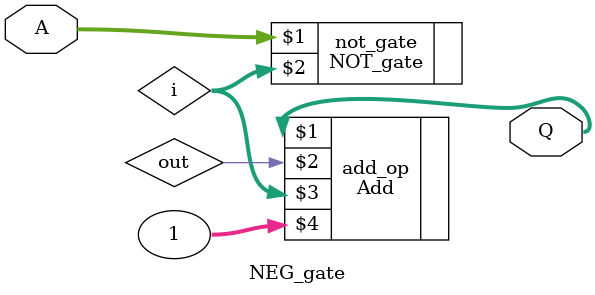
<source format=v>
module NEG_gate(
	input [31:0] A,
	output [31:0] Q);
	
	wire [31:0] i; 
	wire out;
	NOT_gate not_gate(A, i);
	Add add_op(Q, out, i, 32'd1);
	
endmodule


</source>
